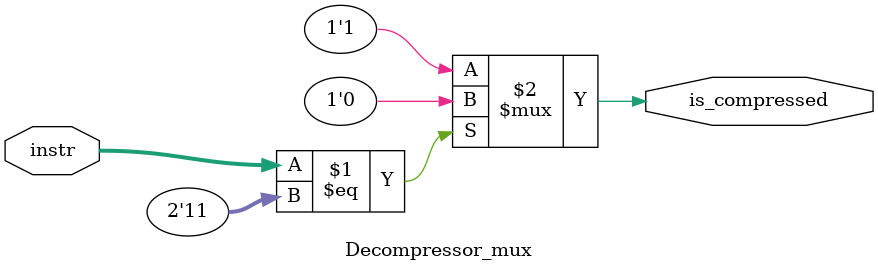
<source format=v>
module Decompressor_mux (instr, is_compressed);
    input [1:0] instr;
    output is_compressed;

    assign is_compressed = (instr == 2'b11) ? 1'b0:1'b1;
endmodule //Decompressor_muxe
</source>
